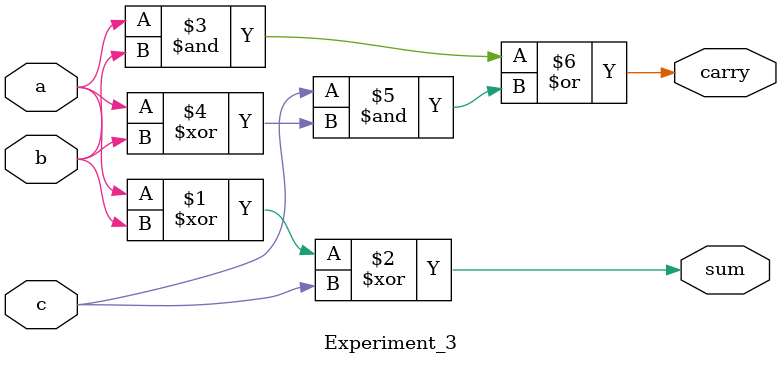
<source format=sv>
`timescale 1ns / 1ps


module Experiment_3(
   input logic a,
   input logic b,
   input logic c,
   output logic sum,
   output logic carry );
 assign sum=(a^b)^c;
 assign carry=(a&b)|(c&(a^b));
    
endmodule

 

</source>
